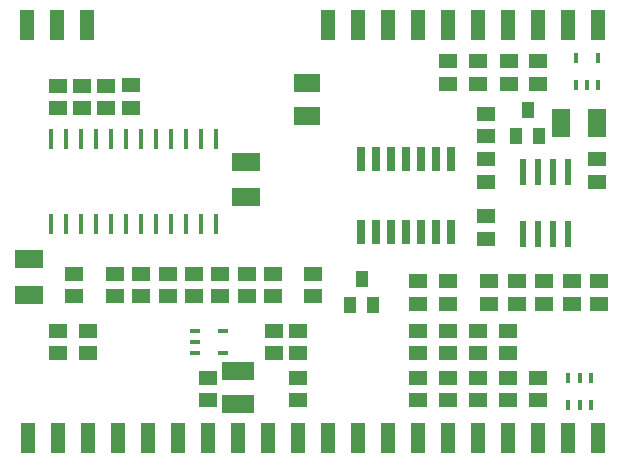
<source format=gtp>
G75*
%MOIN*%
%OFA0B0*%
%FSLAX25Y25*%
%IPPOS*%
%LPD*%
%AMOC8*
5,1,8,0,0,1.08239X$1,22.5*
%
%ADD10R,0.01772X0.07087*%
%ADD11R,0.05906X0.05118*%
%ADD12R,0.09449X0.06299*%
%ADD13R,0.02600X0.08000*%
%ADD14R,0.05000X0.10000*%
%ADD15R,0.03937X0.05512*%
%ADD16R,0.06299X0.09449*%
%ADD17R,0.02362X0.08661*%
%ADD18R,0.08661X0.06299*%
%ADD19R,0.10630X0.06299*%
%ADD20R,0.01378X0.03346*%
%ADD21R,0.03346X0.01378*%
D10*
X0016512Y0081728D03*
X0021512Y0081728D03*
X0026512Y0081728D03*
X0031512Y0081728D03*
X0036512Y0081728D03*
X0041512Y0081728D03*
X0046512Y0081728D03*
X0051512Y0081728D03*
X0056512Y0081728D03*
X0061512Y0081728D03*
X0066512Y0081728D03*
X0071512Y0081728D03*
X0071512Y0110075D03*
X0066512Y0110075D03*
X0061512Y0110075D03*
X0056512Y0110075D03*
X0051512Y0110075D03*
X0046512Y0110075D03*
X0041512Y0110075D03*
X0036512Y0110075D03*
X0031512Y0110075D03*
X0026512Y0110075D03*
X0021512Y0110075D03*
X0016512Y0110075D03*
D11*
X0018913Y0120291D03*
X0026984Y0120291D03*
X0035055Y0120291D03*
X0043106Y0120331D03*
X0043106Y0127811D03*
X0035055Y0127772D03*
X0026984Y0127772D03*
X0018913Y0127772D03*
X0024228Y0064976D03*
X0024228Y0057496D03*
X0028756Y0046079D03*
X0018913Y0046079D03*
X0018913Y0038598D03*
X0028756Y0038598D03*
X0037811Y0057496D03*
X0037811Y0064976D03*
X0046669Y0064976D03*
X0046669Y0057496D03*
X0055528Y0057496D03*
X0055528Y0064976D03*
X0064189Y0064976D03*
X0064189Y0057496D03*
X0073047Y0057496D03*
X0073047Y0064976D03*
X0081906Y0064976D03*
X0081906Y0057496D03*
X0090567Y0057496D03*
X0090567Y0064976D03*
X0103953Y0064976D03*
X0103953Y0057496D03*
X0099031Y0046079D03*
X0090961Y0046079D03*
X0090961Y0038598D03*
X0099031Y0038598D03*
X0099031Y0030331D03*
X0099031Y0022850D03*
X0068913Y0022850D03*
X0068913Y0030331D03*
X0138992Y0030331D03*
X0138992Y0022850D03*
X0148835Y0022850D03*
X0148835Y0030331D03*
X0148835Y0038598D03*
X0148835Y0046079D03*
X0148835Y0055134D03*
X0148835Y0062614D03*
X0138992Y0062614D03*
X0138992Y0055134D03*
X0138992Y0046079D03*
X0138992Y0038598D03*
X0158874Y0038598D03*
X0158874Y0046079D03*
X0162614Y0055134D03*
X0171866Y0055134D03*
X0180961Y0055134D03*
X0180961Y0062614D03*
X0171866Y0062614D03*
X0162614Y0062614D03*
X0161630Y0076787D03*
X0161630Y0084268D03*
X0161630Y0095685D03*
X0161630Y0103165D03*
X0161630Y0110843D03*
X0161630Y0118323D03*
X0158874Y0128362D03*
X0158874Y0135843D03*
X0149031Y0135843D03*
X0149031Y0128362D03*
X0169110Y0128362D03*
X0178953Y0128362D03*
X0178953Y0135843D03*
X0169110Y0135843D03*
X0198441Y0103165D03*
X0198441Y0095685D03*
X0199228Y0062614D03*
X0190173Y0062614D03*
X0190173Y0055134D03*
X0199228Y0055134D03*
X0168913Y0046079D03*
X0168913Y0038598D03*
X0168913Y0030331D03*
X0178894Y0030331D03*
X0178894Y0022850D03*
X0168913Y0022850D03*
X0158874Y0022850D03*
X0158874Y0030331D03*
D12*
X0081492Y0090606D03*
X0081492Y0102417D03*
X0009228Y0069858D03*
X0009228Y0058047D03*
D13*
X0119819Y0079038D03*
X0124819Y0079038D03*
X0129819Y0079038D03*
X0134819Y0079038D03*
X0139819Y0079038D03*
X0144819Y0079038D03*
X0149819Y0079038D03*
X0149819Y0103238D03*
X0144819Y0103238D03*
X0139819Y0103238D03*
X0134819Y0103238D03*
X0129819Y0103238D03*
X0124819Y0103238D03*
X0119819Y0103238D03*
D14*
X0008894Y0010331D03*
X0018894Y0010331D03*
X0028894Y0010331D03*
X0038894Y0010331D03*
X0048894Y0010331D03*
X0058894Y0010331D03*
X0068894Y0010331D03*
X0078894Y0010331D03*
X0088894Y0010331D03*
X0098894Y0010331D03*
X0108894Y0010331D03*
X0118894Y0010331D03*
X0128894Y0010331D03*
X0138894Y0010331D03*
X0148894Y0010331D03*
X0158894Y0010331D03*
X0168894Y0010331D03*
X0178894Y0010331D03*
X0188894Y0010331D03*
X0198894Y0010331D03*
X0198894Y0147831D03*
X0188894Y0147831D03*
X0178894Y0147831D03*
X0168894Y0147831D03*
X0158894Y0147831D03*
X0148894Y0147831D03*
X0138894Y0147831D03*
X0128894Y0147831D03*
X0118894Y0147831D03*
X0108894Y0147831D03*
X0028500Y0147850D03*
X0018500Y0147831D03*
X0008500Y0147831D03*
D15*
X0120094Y0063205D03*
X0116354Y0054543D03*
X0123835Y0054543D03*
X0171669Y0111039D03*
X0179150Y0111039D03*
X0175409Y0119701D03*
D16*
X0186630Y0115173D03*
X0198441Y0115173D03*
D17*
X0189012Y0098835D03*
X0184012Y0098835D03*
X0179012Y0098835D03*
X0174012Y0098835D03*
X0174012Y0078362D03*
X0179012Y0078362D03*
X0184012Y0078362D03*
X0189012Y0078362D03*
D18*
X0101787Y0117732D03*
X0101787Y0128756D03*
D19*
X0078953Y0032693D03*
X0078953Y0021669D03*
D20*
X0188992Y0021177D03*
X0192732Y0021177D03*
X0196472Y0021177D03*
X0196472Y0030429D03*
X0192732Y0030429D03*
X0188992Y0030429D03*
X0191551Y0127870D03*
X0195291Y0127870D03*
X0199031Y0127870D03*
X0199031Y0137122D03*
X0191551Y0137122D03*
D21*
X0073736Y0046079D03*
X0073736Y0038598D03*
X0064484Y0038598D03*
X0064484Y0042339D03*
X0064484Y0046079D03*
M02*

</source>
